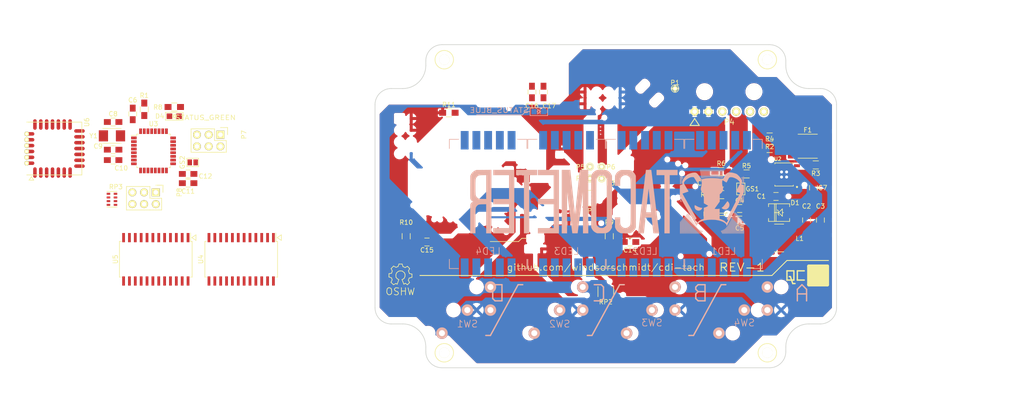
<source format=kicad_pcb>
(kicad_pcb (version 4) (host pcbnew "(2015-08-28 BZR 6132, Git 156d5f5)-product")
  (layers (0 F.Cu mixed) (31 B.Cu mixed hide) (34 B.Paste user) (35 F.Paste user) (36 B.SilkS user) (37 F.SilkS user) (38 B.Mask user) (39 F.Mask user) (44 Edge.Cuts user))
  (net 0 "")
  (net 1 "Net-(C1-Pad1)")
  (net 2 "Net-(C1-Pad2)")
  (net 3 +5V)
  (net 4 GND)
  (net 5 +3V3)
  (net 6 "Net-(C7-Pad2)")
  (net 7 "Net-(C8-Pad2)")
  (net 8 "Net-(C9-Pad2)")
  (net 9 TACH)
  (net 10 "Net-(D4-Pad1)")
  (net 11 "Net-(D4-Pad2)")
  (net 12 LED1_A)
  (net 13 LED1_B)
  (net 14 LED1_C)
  (net 15 LED1_D)
  (net 16 LED1_E)
  (net 17 LED1_F)
  (net 18 LED1_G)
  (net 19 LED1_DP)
  (net 20 LED2_A)
  (net 21 LED2_B)
  (net 22 LED2_C)
  (net 23 LED2_D)
  (net 24 LED2_E)
  (net 25 LED2_F)
  (net 26 LED2_G)
  (net 27 LED2_DP)
  (net 28 LED3_A)
  (net 29 LED3_B)
  (net 30 LED3_C)
  (net 31 LED3_D)
  (net 32 LED3_E)
  (net 33 LED3_F)
  (net 34 LED3_G)
  (net 35 LED3_DP)
  (net 36 LED4_A)
  (net 37 LED4_B)
  (net 38 LED4_C)
  (net 39 LED4_D)
  (net 40 LED4_E)
  (net 41 LED4_F)
  (net 42 LED4_G)
  (net 43 LED4_DP)
  (net 44 +12V)
  (net 45 "Net-(GS1-Pad1)")
  (net 46 "Net-(P2-Pad1)")
  (net 47 "Net-(P3-Pad1)")
  (net 48 SPEED)
  (net 49 "Net-(P4-Pad4)")
  (net 50 SWCLK)
  (net 51 USART_TX)
  (net 52 SWDIO)
  (net 53 USART_RX)
  (net 54 SPI_MOSI)
  (net 55 SPI_MISO)
  (net 56 SPI_SCK)
  (net 57 "Net-(R1-Pad1)")
  (net 58 "Net-(R3-Pad1)")
  (net 59 "Net-(R9-Pad1)")
  (net 60 "Net-(R10-Pad1)")
  (net 61 BTN_B)
  (net 62 BTN_C)
  (net 63 BTN_A)
  (net 64 BTN_D)
  (net 65 LED_BLANK)
  (net 66 "Net-(U4-Pad22)")
  (net 67 "Net-(D5-Pad2)")
  (net 68 "Net-(GS2-Pad1)")
  (net 69 SPI_CS)
  (net 70 BT_NRST)
  (net 71 BT_CONN)
  (net 72 BT_STRM)
  (net 73 VBAT)
  (module cdi-tach:badger_face_logo (layer B.Cu) (at 173 83 180)
    (fp_text reference ART1 hide)
    (fp_text value badger_logo hide)
  )
  (module cdi-tach:Symbol_OSHW-Logo_SilkScreen (layer F.Cu) (at 105.5 99)
    (fp_text reference ART2 hide)
    (fp_text value OSHW_logo hide)
  )
  (module cdi-tach:tacometer_logo (layer B.Cu) (at 143 83 180)
    (fp_text reference ART3 hide)
    (fp_text value part_logo hide)
  )
  (module cdi-tach:Diode_SSB44 (layer F.Cu) (at 187.55 85.375 180)
    (fp_text reference D1 (at -3.45 2.125 180) (layer F.SilkS))
    (fp_text value SSB44 hide)
    (pad 1 smd rect (at -2.0066 0 180) (size 1.80086 2.19964) (layers F.Cu F.Paste F.Mask) (net 4 GND))
    (pad 2 smd rect (at 2.0066 0 180) (size 1.80086 2.19964) (layers F.Cu F.Paste F.Mask) (net 1 "Net-(C1-Pad1)"))
  )
  (module cdi-tach:LED_0805 (layer F.Cu) (at 56.5 64.5 180)
    (fp_text reference D4 (at 3.15 0 360) (layer F.SilkS))
    (fp_text value STATUS_GREEN (at -6.75 -0.3 180) (layer F.SilkS) (effects (font (size 1 1.2))))
    (pad 1 smd rect (at 1.04902 0 180) (size 1.19888 1.19888) (layers F.Cu F.Paste F.Mask) (net 10 "Net-(D4-Pad1)"))
    (pad 2 smd rect (at -1.04902 0 180) (size 1.19888 1.19888) (layers F.Cu F.Paste F.Mask) (net 11 "Net-(D4-Pad2)"))
  )
  (module cdi-tach:Fuse_Resettable (layer F.Cu) (at 193.75 71)
    (fp_text reference F1 (at 0 -3.5) (layer F.SilkS))
    (fp_text value "3.7A Polyswitch" hide)
    (pad 1 smd rect (at -3.3 0) (size 2 5.3) (layers F.Cu F.Paste F.Mask) (net 44 +12V))
    (pad 2 smd rect (at 3.3 0) (size 2 5.3) (layers F.Cu F.Paste F.Mask) (net 6 "Net-(C7-Pad2)"))
  )
  (module Connect:GS2 (layer F.Cu) (at 179.25 80.25)
    (fp_text reference GS1 (at 2.5 0 180) (layer F.SilkS))
    (fp_text value SPD_PU)
    (pad 1 smd rect (at 0 -0.635) (size 1.27 0.9652) (layers F.Cu F.Paste F.Mask) (net 45 "Net-(GS1-Pad1)"))
    (pad 2 smd rect (at 0 0.635) (size 1.27 0.9652) (layers F.Cu F.Paste F.Mask) (net 5 +3V3))
  )
  (module cdi-tach:Inductor_Bourns_SRN6045_6mm (layer F.Cu) (at 187.55 90.875 180)
    (fp_text reference L1 (at -4.45 -0.125 180) (layer F.SilkS))
    (fp_text value 6.8uH hide)
    (pad 1 smd rect (at 2.15 0 180) (size 2 6) (layers F.Cu F.Paste F.Mask) (net 1 "Net-(C1-Pad1)"))
    (pad 2 smd rect (at -2.15 0 180) (size 2 6) (layers F.Cu F.Paste F.Mask) (net 3 +5V))
  )
  (module cdi-tach:MOUNT_ZIP_TIE (layer F.Cu) (at 158 58 45)
    (fp_text reference MNT1 hide)
    (fp_text value zip_tie_slot hide)
    (fp_line (start -1.375 0.25) (end -1.375 -0.25) (layer Edge.Cuts) (width 0.01))
    (fp_line (start 0.875 0.75) (end -0.875 0.75) (layer Edge.Cuts) (width 0.01))
    (fp_line (start 1.375 -0.25) (end 1.375 0.25) (layer Edge.Cuts) (width 0.01))
    (fp_line (start -0.875 -0.75) (end 0.875 -0.75) (layer Edge.Cuts) (width 0.01))
    (fp_arc (start -0.875 -0.25) (end -1.375 -0.25) (angle 90) (layer Edge.Cuts) (width 0.01))
    (fp_arc (start -0.875 0.25) (end -0.875 0.75) (angle 90) (layer Edge.Cuts) (width 0.01))
    (fp_arc (start 0.875 0.25) (end 1.375 0.25) (angle 90) (layer Edge.Cuts) (width 0.01))
    (fp_arc (start 0.875 -0.25) (end 0.875 -0.75) (angle 90) (layer Edge.Cuts) (width 0.01))
  )
  (module cdi-tach:MOUNT_ZIP_TIE (layer F.Cu) (at 161 61 45)
    (fp_text reference MNT6 hide)
    (fp_text value zip_tie_slot hide)
    (fp_line (start -1.375 0.25) (end -1.375 -0.25) (layer Edge.Cuts) (width 0.01))
    (fp_line (start 0.875 0.75) (end -0.875 0.75) (layer Edge.Cuts) (width 0.01))
    (fp_line (start 1.375 -0.25) (end 1.375 0.25) (layer Edge.Cuts) (width 0.01))
    (fp_line (start -0.875 -0.75) (end 0.875 -0.75) (layer Edge.Cuts) (width 0.01))
    (fp_arc (start -0.875 -0.25) (end -1.375 -0.25) (angle 90) (layer Edge.Cuts) (width 0.01))
    (fp_arc (start -0.875 0.25) (end -0.875 0.75) (angle 90) (layer Edge.Cuts) (width 0.01))
    (fp_arc (start 0.875 0.25) (end 1.375 0.25) (angle 90) (layer Edge.Cuts) (width 0.01))
    (fp_arc (start 0.875 -0.25) (end 0.875 -0.75) (angle 90) (layer Edge.Cuts) (width 0.01))
  )
  (module Connect:PINTST (layer F.Cu) (at 146.558 77.978)
    (fp_text reference P2 (at -2.058 0.022) (layer F.SilkS))
    (fp_text value SDA)
    (pad 1 thru_hole circle (at 0 0) (size 1.143 1.143) (drill 0.635) (layers *.Cu *.Mask F.SilkS) (net 46 "Net-(P2-Pad1)"))
  )
  (module Connect:PINTST (layer F.Cu) (at 149.098 77.978)
    (fp_text reference P3 (at 1.902 1.022) (layer F.SilkS))
    (fp_text value SCL)
    (pad 1 thru_hole circle (at 0 0) (size 1.143 1.143) (drill 0.635) (layers *.Cu *.Mask F.SilkS) (net 47 "Net-(P3-Pad1)"))
  )
  (module Connect:PINTST (layer F.Cu) (at 146.558 75.438)
    (fp_text reference P5 (at -2.058 0.062) (layer F.SilkS))
    (fp_text value SPEED)
    (pad 1 thru_hole circle (at 0 0) (size 1.143 1.143) (drill 0.635) (layers *.Cu *.Mask F.SilkS) (net 48 SPEED))
  )
  (module Connect:PINTST (layer F.Cu) (at 149.098 75.438)
    (fp_text reference P6 (at 2.002 0.062) (layer F.SilkS))
    (fp_text value TACH)
    (pad 1 thru_hole circle (at 0 0) (size 1.143 1.143) (drill 0.635) (layers *.Cu *.Mask F.SilkS) (net 9 TACH))
  )
  (module cdi-tach:pushbutton_marquardt_6450 (layer B.Cu) (at 120 106.5)
    (fp_text reference SW1 (at 0 3) (layer B.SilkS) (effects (font (size 1.5 1.5)) (justify mirror)))
    (fp_text value A)
    (pad ~ thru_hole circle (at 5 -5) (size 2.5 2.5) (drill 1.3) (layers *.Cu *.Mask B.SilkS))
    (pad ~ thru_hole circle (at -5.5 5) (size 2.5 2.5) (drill 1.3) (layers *.Cu *.Mask B.SilkS))
    (pad 2 thru_hole circle (at 5 0) (size 2.5 2.5) (drill 1.3) (layers *.Cu *.Mask B.SilkS) (net 4 GND))
    (pad 1 thru_hole circle (at 0 0) (size 2.5 2.5) (drill 1.3) (layers *.Cu *.Mask B.SilkS) (net 63 BTN_A))
  )
  (module cdi-tach:pushbutton_marquardt_6450 (layer B.Cu) (at 140 106.5)
    (fp_text reference SW2 (at 0 3) (layer B.SilkS) (effects (font (size 1.5 1.5)) (justify mirror)))
    (fp_text value B)
    (pad ~ thru_hole circle (at 5 -5) (size 2.5 2.5) (drill 1.3) (layers *.Cu *.Mask B.SilkS))
    (pad ~ thru_hole circle (at -5.5 5) (size 2.5 2.5) (drill 1.3) (layers *.Cu *.Mask B.SilkS))
    (pad 2 thru_hole circle (at 5 0) (size 2.5 2.5) (drill 1.3) (layers *.Cu *.Mask B.SilkS) (net 4 GND))
    (pad 1 thru_hole circle (at 0 0) (size 2.5 2.5) (drill 1.3) (layers *.Cu *.Mask B.SilkS) (net 61 BTN_B))
  )
  (module cdi-tach:pushbutton_marquardt_6450 (layer B.Cu) (at 160 106.5)
    (fp_text reference SW3 (at 0 2.75) (layer B.SilkS) (effects (font (size 1.5 1.5)) (justify mirror)))
    (fp_text value C)
    (pad ~ thru_hole circle (at 5 -5) (size 2.5 2.5) (drill 1.3) (layers *.Cu *.Mask B.SilkS))
    (pad ~ thru_hole circle (at -5.5 5) (size 2.5 2.5) (drill 1.3) (layers *.Cu *.Mask B.SilkS))
    (pad 2 thru_hole circle (at 5 0) (size 2.5 2.5) (drill 1.3) (layers *.Cu *.Mask B.SilkS) (net 4 GND))
    (pad 1 thru_hole circle (at 0 0) (size 2.5 2.5) (drill 1.3) (layers *.Cu *.Mask B.SilkS) (net 62 BTN_C))
  )
  (module cdi-tach:pushbutton_marquardt_6450 (layer B.Cu) (at 180 106.5)
    (fp_text reference SW4 (at 0 2.75) (layer B.SilkS) (effects (font (size 1.5 1.5)) (justify mirror)))
    (fp_text value D)
    (pad ~ thru_hole circle (at 5 -5) (size 2.5 2.5) (drill 1.3) (layers *.Cu *.Mask B.SilkS))
    (pad ~ thru_hole circle (at -5.5 5) (size 2.5 2.5) (drill 1.3) (layers *.Cu *.Mask B.SilkS))
    (pad 2 thru_hole circle (at 5 0) (size 2.5 2.5) (drill 1.3) (layers *.Cu *.Mask B.SilkS) (net 4 GND))
    (pad 1 thru_hole circle (at 0 0) (size 2.5 2.5) (drill 1.3) (layers *.Cu *.Mask B.SilkS) (net 64 BTN_D))
  )
  (module Housings_SOT-23_SOT-143_TSOT-6:SOT-23-5 (layer F.Cu) (at 174.5 85.75 270)
    (fp_text reference U1 (at 0 2.5 360) (layer F.SilkS))
    (fp_text value MIC5504-3.3YM5 hide)
    (pad 1 smd rect (at -1.1 -0.95 270) (size 1.06 0.65) (layers F.Cu F.Paste F.Mask) (net 3 +5V))
    (pad 2 smd rect (at -1.1 0 270) (size 1.06 0.65) (layers F.Cu F.Paste F.Mask) (net 4 GND))
    (pad 3 smd rect (at -1.1 0.95 270) (size 1.06 0.65) (layers F.Cu F.Paste F.Mask) (net 3 +5V))
    (pad 4 smd rect (at 1.1 0.95 270) (size 1.06 0.65) (layers F.Cu F.Paste F.Mask))
    (pad 5 smd rect (at 1.1 -0.95 270) (size 1.06 0.65) (layers F.Cu F.Paste F.Mask) (net 5 +3V3))
  )
  (module cdi-tach:ADP2302_SOIC8 (layer F.Cu) (at 188.625 77.125 90)
    (fp_text reference U2 (at 3.375 -1.375 180) (layer F.SilkS) (effects (font (size 0.8 0.8))))
    (fp_text value ADP2302ARDZ-5.0 hide)
    (pad 1 smd rect (at -1.905 2.794 90) (size 0.635 1.27) (layers F.Cu F.Mask) (net 2 "Net-(C1-Pad2)"))
    (pad 2 smd rect (at -0.635 2.794 90) (size 0.635 1.27) (layers F.Cu F.Mask) (net 6 "Net-(C7-Pad2)"))
    (pad 3 smd rect (at 0.635 2.794 90) (size 0.635 1.27) (layers F.Cu F.Mask) (net 6 "Net-(C7-Pad2)"))
    (pad 4 smd rect (at 1.905 2.794 90) (size 0.635 1.27) (layers F.Cu F.Mask) (net 58 "Net-(R3-Pad1)"))
    (pad 5 smd rect (at 1.905 -2.794 90) (size 0.635 1.27) (layers F.Cu F.Mask) (net 3 +5V))
    (pad 6 smd rect (at 0.635 -2.794 90) (size 0.635 1.27) (layers F.Cu F.Mask))
    (pad 7 smd rect (at -0.635 -2.794 90) (size 0.635 1.27) (layers F.Cu F.Mask) (net 4 GND))
    (pad 8 smd rect (at -1.905 -2.794 90) (size 0.635 1.27) (layers F.Cu F.Mask) (net 1 "Net-(C1-Pad1)"))
    (pad 9 smd rect (at 0 0 180) (size 2.29 2.29) (layers F.Cu F.Mask) (net 4 GND))
    (pad 9 thru_hole circle (at -0.55 -0.55 90) (size 1 1) (drill 0.635) (layers *.Cu *.Mask) (net 4 GND) (clearance 0.05))
    (pad 9 thru_hole circle (at 0.55 -0.55 90) (size 1 1) (drill 0.635) (layers *.Cu *.Mask) (net 4 GND) (clearance 0.05))
    (pad 9 thru_hole circle (at 0.55 0.55 90) (size 1 1) (drill 0.635) (layers *.Cu *.Mask) (net 4 GND) (clearance 0.05))
    (pad 9 thru_hole circle (at -0.55 0.55 90) (size 1 1) (drill 0.635) (layers *.Cu *.Mask) (net 4 GND) (clearance 0.05))
  )
  (module Housings_QFP:LQFP-32_7x7mm_Pitch0.8mm (layer F.Cu) (at 52 72)
    (fp_text reference U3 (at 0 -5.85) (layer F.SilkS))
    (fp_text value STM32F030K6T6 hide)
    (pad 1 smd rect (at -4.25 -2.8) (size 1.2 0.6) (layers F.Cu F.Paste F.Mask) (net 5 +3V3))
    (pad 2 smd rect (at -4.25 -2) (size 1.2 0.6) (layers F.Cu F.Paste F.Mask) (net 7 "Net-(C8-Pad2)"))
    (pad 3 smd rect (at -4.25 -1.2) (size 1.2 0.6) (layers F.Cu F.Paste F.Mask) (net 8 "Net-(C9-Pad2)"))
    (pad 4 smd rect (at -4.25 -0.4) (size 1.2 0.6) (layers F.Cu F.Paste F.Mask))
    (pad 5 smd rect (at -4.25 0.4) (size 1.2 0.6) (layers F.Cu F.Paste F.Mask) (net 5 +3V3))
    (pad 6 smd rect (at -4.25 1.2) (size 1.2 0.6) (layers F.Cu F.Paste F.Mask) (net 63 BTN_A))
    (pad 7 smd rect (at -4.25 2) (size 1.2 0.6) (layers F.Cu F.Paste F.Mask) (net 61 BTN_B))
    (pad 8 smd rect (at -4.25 2.8) (size 1.2 0.6) (layers F.Cu F.Paste F.Mask) (net 51 USART_TX))
    (pad 9 smd rect (at -2.8 4.25 90) (size 1.2 0.6) (layers F.Cu F.Paste F.Mask) (net 53 USART_RX))
    (pad 10 smd rect (at -2 4.25 90) (size 1.2 0.6) (layers F.Cu F.Paste F.Mask) (net 69 SPI_CS))
    (pad 11 smd rect (at -1.2 4.25 90) (size 1.2 0.6) (layers F.Cu F.Paste F.Mask) (net 56 SPI_SCK))
    (pad 12 smd rect (at -0.4 4.25 90) (size 1.2 0.6) (layers F.Cu F.Paste F.Mask) (net 55 SPI_MISO))
    (pad 13 smd rect (at 0.4 4.25 90) (size 1.2 0.6) (layers F.Cu F.Paste F.Mask) (net 54 SPI_MOSI))
    (pad 14 smd rect (at 1.2 4.25 90) (size 1.2 0.6) (layers F.Cu F.Paste F.Mask) (net 65 LED_BLANK))
    (pad 15 smd rect (at 2 4.25 90) (size 1.2 0.6) (layers F.Cu F.Paste F.Mask) (net 73 VBAT))
    (pad 16 smd rect (at 2.8 4.25 90) (size 1.2 0.6) (layers F.Cu F.Paste F.Mask) (net 4 GND))
    (pad 17 smd rect (at 4.25 2.8) (size 1.2 0.6) (layers F.Cu F.Paste F.Mask) (net 5 +3V3))
    (pad 18 smd rect (at 4.25 2) (size 1.2 0.6) (layers F.Cu F.Paste F.Mask) (net 68 "Net-(GS2-Pad1)"))
    (pad 19 smd rect (at 4.25 1.2) (size 1.2 0.6) (layers F.Cu F.Paste F.Mask) (net 62 BTN_C))
    (pad 20 smd rect (at 4.25 0.4) (size 1.2 0.6) (layers F.Cu F.Paste F.Mask) (net 64 BTN_D))
    (pad 21 smd rect (at 4.25 -0.4) (size 1.2 0.6) (layers F.Cu F.Paste F.Mask) (net 47 "Net-(P3-Pad1)"))
    (pad 22 smd rect (at 4.25 -1.2) (size 1.2 0.6) (layers F.Cu F.Paste F.Mask) (net 46 "Net-(P2-Pad1)"))
    (pad 23 smd rect (at 4.25 -2) (size 1.2 0.6) (layers F.Cu F.Paste F.Mask) (net 52 SWDIO))
    (pad 24 smd rect (at 4.25 -2.8) (size 1.2 0.6) (layers F.Cu F.Paste F.Mask) (net 50 SWCLK))
    (pad 25 smd rect (at 2.8 -4.25 90) (size 1.2 0.6) (layers F.Cu F.Paste F.Mask) (net 10 "Net-(D4-Pad1)"))
    (pad 26 smd rect (at 2 -4.25 90) (size 1.2 0.6) (layers F.Cu F.Paste F.Mask) (net 70 BT_NRST))
    (pad 27 smd rect (at 1.2 -4.25 90) (size 1.2 0.6) (layers F.Cu F.Paste F.Mask) (net 9 TACH))
    (pad 28 smd rect (at 0.4 -4.25 90) (size 1.2 0.6) (layers F.Cu F.Paste F.Mask) (net 48 SPEED))
    (pad 29 smd rect (at -0.4 -4.25 90) (size 1.2 0.6) (layers F.Cu F.Paste F.Mask) (net 71 BT_CONN))
    (pad 30 smd rect (at -1.2 -4.25 90) (size 1.2 0.6) (layers F.Cu F.Paste F.Mask) (net 72 BT_STRM))
    (pad 31 smd rect (at -2 -4.25 90) (size 1.2 0.6) (layers F.Cu F.Paste F.Mask) (net 57 "Net-(R1-Pad1)"))
    (pad 32 smd rect (at -2.8 -4.25 90) (size 1.2 0.6) (layers F.Cu F.Paste F.Mask) (net 4 GND))
  )
  (module cdi-tach:label_qc (layer F.Cu) (at 196 99)
    (fp_text reference ART4 hide)
    (fp_text value QC_label hide)
  )
  (module Resistors_SMD:R_0805_HandSoldering (layer F.Cu) (at 106.75 90.5 270)
    (fp_text reference R10 (at -3 0 360) (layer F.SilkS))
    (fp_text value 3K)
    (pad 1 smd rect (at -1.35 0 270) (size 1.5 1.3) (layers F.Cu F.Paste F.Mask) (net 60 "Net-(R10-Pad1)"))
    (pad 2 smd rect (at 1.35 0 270) (size 1.5 1.3) (layers F.Cu F.Paste F.Mask) (net 4 GND))
  )
  (module Resistors_SMD:R_0805_HandSoldering (layer F.Cu) (at 150.75 90.5 270)
    (fp_text reference R9 (at -3 0 360) (layer F.SilkS))
    (fp_text value 3K)
    (pad 1 smd rect (at -1.35 0 270) (size 1.5 1.3) (layers F.Cu F.Paste F.Mask) (net 59 "Net-(R9-Pad1)"))
    (pad 2 smd rect (at 1.35 0 270) (size 1.5 1.3) (layers F.Cu F.Paste F.Mask) (net 4 GND))
  )
  (module Resistors_SMD:R_0805_HandSoldering (layer F.Cu) (at 56.5 62.5 180)
    (fp_text reference R8 (at 3.55 -0.05 180) (layer F.SilkS))
    (fp_text value 39)
    (pad 1 smd rect (at -1.35 0 180) (size 1.5 1.3) (layers F.Cu F.Paste F.Mask) (net 11 "Net-(D4-Pad2)"))
    (pad 2 smd rect (at 1.35 0 180) (size 1.5 1.3) (layers F.Cu F.Paste F.Mask) (net 5 +3V3))
  )
  (module Resistors_SMD:R_0805_HandSoldering (layer F.Cu) (at 175 81.5)
    (fp_text reference R7 (at -3.5 0) (layer F.SilkS))
    (fp_text value 12.1K)
    (pad 1 smd rect (at -1.35 0) (size 1.5 1.3) (layers F.Cu F.Paste F.Mask) (net 9 TACH))
    (pad 2 smd rect (at 1.35 0) (size 1.5 1.3) (layers F.Cu F.Paste F.Mask) (net 4 GND))
  )
  (module Resistors_SMD:R_0805_HandSoldering (layer F.Cu) (at 175 76.5 180)
    (fp_text reference R6 (at 0 1.75 180) (layer F.SilkS))
    (fp_text value 100.0K)
    (pad 1 smd rect (at -1.35 0 180) (size 1.5 1.3) (layers F.Cu F.Paste F.Mask) (net 49 "Net-(P4-Pad4)"))
    (pad 2 smd rect (at 1.35 0 180) (size 1.5 1.3) (layers F.Cu F.Paste F.Mask) (net 9 TACH))
  )
  (module Resistors_SMD:R_0805_HandSoldering (layer F.Cu) (at 180.5 77 180)
    (fp_text reference R5 (at 0 1.75 180) (layer F.SilkS))
    (fp_text value 3K)
    (pad 1 smd rect (at -1.35 0 180) (size 1.5 1.3) (layers F.Cu F.Paste F.Mask) (net 48 SPEED))
    (pad 2 smd rect (at 1.35 0 180) (size 1.5 1.3) (layers F.Cu F.Paste F.Mask) (net 45 "Net-(GS1-Pad1)"))
  )
  (module Resistors_SMD:R_0805_HandSoldering (layer F.Cu) (at 195.5 75.05)
    (fp_text reference R3 (at 0 1.85) (layer F.SilkS))
    (fp_text value 100K)
    (pad 1 smd rect (at -1.35 0) (size 1.5 1.3) (layers F.Cu F.Paste F.Mask) (net 58 "Net-(R3-Pad1)"))
    (pad 2 smd rect (at 1.35 0) (size 1.5 1.3) (layers F.Cu F.Paste F.Mask) (net 6 "Net-(C7-Pad2)"))
  )
  (module Resistors_SMD:R_0805_HandSoldering (layer F.Cu) (at 50 63 90)
    (fp_text reference R1 (at 3 0 180) (layer F.SilkS))
    (fp_text value 3K)
    (pad 1 smd rect (at -1.35 0 90) (size 1.5 1.3) (layers F.Cu F.Paste F.Mask) (net 57 "Net-(R1-Pad1)"))
    (pad 2 smd rect (at 1.35 0 90) (size 1.5 1.3) (layers F.Cu F.Paste F.Mask) (net 4 GND))
  )
  (module Capacitors_SMD:C_0805_HandSoldering (layer F.Cu) (at 111.25 91.75 180)
    (fp_text reference C15 (at 0 -1.75 180) (layer F.SilkS))
    (fp_text value 1uF)
    (pad 1 smd rect (at -1.25 0 180) (size 1.5 1.25) (layers F.Cu F.Paste F.Mask) (net 4 GND))
    (pad 2 smd rect (at 1.25 0 180) (size 1.5 1.25) (layers F.Cu F.Paste F.Mask) (net 5 +3V3))
  )
  (module Capacitors_SMD:C_0805_HandSoldering (layer F.Cu) (at 155.25 91.75 180)
    (fp_text reference C14 (at 0 -1.75 180) (layer F.SilkS))
    (fp_text value 1uF)
    (pad 1 smd rect (at -1.25 0 180) (size 1.5 1.25) (layers F.Cu F.Paste F.Mask) (net 4 GND))
    (pad 2 smd rect (at 1.25 0 180) (size 1.5 1.25) (layers F.Cu F.Paste F.Mask) (net 5 +3V3))
  )
  (module Capacitors_SMD:C_0805_HandSoldering (layer F.Cu) (at 175 79 180)
    (fp_text reference C13 (at 3.75 0 180) (layer F.SilkS))
    (fp_text value 22nF)
    (pad 1 smd rect (at -1.25 0 180) (size 1.5 1.25) (layers F.Cu F.Paste F.Mask) (net 4 GND))
    (pad 2 smd rect (at 1.25 0 180) (size 1.5 1.25) (layers F.Cu F.Paste F.Mask) (net 9 TACH))
  )
  (module Capacitors_SMD:C_0805_HandSoldering (layer F.Cu) (at 59.5 77)
    (fp_text reference C12 (at 3.75 0.5) (layer F.SilkS))
    (fp_text value 100nF)
    (pad 1 smd rect (at -1.25 0) (size 1.5 1.25) (layers F.Cu F.Paste F.Mask) (net 5 +3V3))
    (pad 2 smd rect (at 1.25 0) (size 1.5 1.25) (layers F.Cu F.Paste F.Mask) (net 4 GND))
  )
  (module Capacitors_SMD:C_0805_HandSoldering (layer F.Cu) (at 59.5 79)
    (fp_text reference C11 (at 0 1.75) (layer F.SilkS))
    (fp_text value 4.7uF)
    (pad 1 smd rect (at -1.25 0) (size 1.5 1.25) (layers F.Cu F.Paste F.Mask) (net 5 +3V3))
    (pad 2 smd rect (at 1.25 0) (size 1.5 1.25) (layers F.Cu F.Paste F.Mask) (net 4 GND))
  )
  (module Capacitors_SMD:C_0805_HandSoldering (layer F.Cu) (at 43.25 74)
    (fp_text reference C10 (at 1.75 1.75) (layer F.SilkS))
    (fp_text value 100nF)
    (pad 1 smd rect (at -1.25 0) (size 1.5 1.25) (layers F.Cu F.Paste F.Mask) (net 4 GND))
    (pad 2 smd rect (at 1.25 0) (size 1.5 1.25) (layers F.Cu F.Paste F.Mask) (net 5 +3V3))
  )
  (module Capacitors_SMD:C_0805_HandSoldering (layer F.Cu) (at 43.25 71.75)
    (fp_text reference C9 (at -3.25 -0.75) (layer F.SilkS))
    (fp_text value 18pF)
    (pad 1 smd rect (at -1.25 0) (size 1.5 1.25) (layers F.Cu F.Paste F.Mask) (net 4 GND))
    (pad 2 smd rect (at 1.25 0) (size 1.5 1.25) (layers F.Cu F.Paste F.Mask) (net 8 "Net-(C9-Pad2)"))
  )
  (module Capacitors_SMD:C_0805_HandSoldering (layer F.Cu) (at 43.25 65.75)
    (fp_text reference C8 (at 0 -1.75) (layer F.SilkS))
    (fp_text value 18pF)
    (pad 1 smd rect (at -1.25 0) (size 1.5 1.25) (layers F.Cu F.Paste F.Mask) (net 4 GND))
    (pad 2 smd rect (at 1.25 0) (size 1.5 1.25) (layers F.Cu F.Paste F.Mask) (net 7 "Net-(C8-Pad2)"))
  )
  (module Capacitors_SMD:C_0805_HandSoldering (layer F.Cu) (at 195 80 90)
    (fp_text reference C7 (at 0 2 180) (layer F.SilkS))
    (fp_text value 10uF)
    (pad 1 smd rect (at -1.25 0 90) (size 1.5 1.25) (layers F.Cu F.Paste F.Mask) (net 4 GND))
    (pad 2 smd rect (at 1.25 0 90) (size 1.5 1.25) (layers F.Cu F.Paste F.Mask) (net 6 "Net-(C7-Pad2)"))
  )
  (module Capacitors_SMD:C_0805_HandSoldering (layer F.Cu) (at 47.5 64 270)
    (fp_text reference C6 (at -3 0 540) (layer F.SilkS))
    (fp_text value 100nF)
    (pad 1 smd rect (at -1.25 0 270) (size 1.5 1.25) (layers F.Cu F.Paste F.Mask) (net 4 GND))
    (pad 2 smd rect (at 1.25 0 270) (size 1.5 1.25) (layers F.Cu F.Paste F.Mask) (net 5 +3V3))
  )
  (module Capacitors_SMD:C_0805_HandSoldering (layer F.Cu) (at 179 87)
    (fp_text reference C5 (at 0 1.75) (layer F.SilkS))
    (fp_text value 1uF)
    (pad 1 smd rect (at -1.25 0) (size 1.5 1.25) (layers F.Cu F.Paste F.Mask) (net 5 +3V3))
    (pad 2 smd rect (at 1.25 0) (size 1.5 1.25) (layers F.Cu F.Paste F.Mask) (net 4 GND))
  )
  (module Capacitors_SMD:C_0805_HandSoldering (layer F.Cu) (at 179 84.5)
    (fp_text reference C4 (at 0 -1.7) (layer F.SilkS))
    (fp_text value 1uF)
    (pad 1 smd rect (at -1.25 0) (size 1.5 1.25) (layers F.Cu F.Paste F.Mask) (net 3 +5V))
    (pad 2 smd rect (at 1.25 0) (size 1.5 1.25) (layers F.Cu F.Paste F.Mask) (net 4 GND))
  )
  (module Capacitors_SMD:C_0805_HandSoldering (layer F.Cu) (at 196.5 87 90)
    (fp_text reference C3 (at 3 0 180) (layer F.SilkS))
    (fp_text value 22uF)
    (pad 1 smd rect (at -1.25 0 90) (size 1.5 1.25) (layers F.Cu F.Paste F.Mask) (net 3 +5V))
    (pad 2 smd rect (at 1.25 0 90) (size 1.5 1.25) (layers F.Cu F.Paste F.Mask) (net 4 GND))
  )
  (module Capacitors_SMD:C_0805_HandSoldering (layer F.Cu) (at 193.5 87 90)
    (fp_text reference C2 (at 3 0 180) (layer F.SilkS))
    (fp_text value 22uF)
    (pad 1 smd rect (at -1.25 0 90) (size 1.5 1.25) (layers F.Cu F.Paste F.Mask) (net 3 +5V))
    (pad 2 smd rect (at 1.25 0 90) (size 1.5 1.25) (layers F.Cu F.Paste F.Mask) (net 4 GND))
  )
  (module Capacitors_SMD:C_0805_HandSoldering (layer F.Cu) (at 186.875 81.875)
    (fp_text reference C1 (at -3.175 -0.025) (layer F.SilkS))
    (fp_text value 100nF)
    (pad 1 smd rect (at -1.25 0) (size 1.5 1.25) (layers F.Cu F.Paste F.Mask) (net 1 "Net-(C1-Pad1)"))
    (pad 2 smd rect (at 1.25 0) (size 1.5 1.25) (layers F.Cu F.Paste F.Mask) (net 2 "Net-(C1-Pad2)"))
  )
  (module cdi-tach:crystal_txc_7a_5x3.2mm (layer F.Cu) (at 43 68.75)
    (fp_text reference Y1 (at -4 0) (layer F.SilkS))
    (fp_text value 7A-8.000MAAE-T hide)
    (pad 1 smd rect (at -1.85 0) (size 2 2.4) (layers F.Cu F.Paste F.Mask) (net 8 "Net-(C9-Pad2)"))
    (pad 2 smd rect (at 1.85 0) (size 2 2.4) (layers F.Cu F.Paste F.Mask) (net 7 "Net-(C8-Pad2)"))
  )
  (module cdi-tach:micro-fit_1x6_ra (layer F.Cu) (at 176.75 63.5 180)
    (fp_text reference P4 (at 0 -2.25 180) (layer F.SilkS) (effects (font (size 1.2 1.2))))
    (fp_text value PWR_SPD_TACH hide)
    (pad "" np_thru_hole circle (at -5.35 4.32 180) (size 3 3) (drill 3) (layers *.Cu *.Mask F.SilkS))
    (pad 1 thru_hole circle (at -7.5 0 180) (size 1.8 1.8) (drill 1.02) (layers *.Cu *.Mask F.SilkS) (net 44 +12V))
    (pad 2 thru_hole circle (at -4.5 0 180) (size 1.8 1.8) (drill 1.02) (layers *.Cu *.Mask F.SilkS) (net 48 SPEED))
    (pad 3 thru_hole circle (at -1.5 0 180) (size 1.8 1.8) (drill 1.02) (layers *.Cu *.Mask F.SilkS) (net 3 +5V))
    (pad 4 thru_hole circle (at 1.5 0 180) (size 1.8 1.8) (drill 1.02) (layers *.Cu *.Mask F.SilkS) (net 49 "Net-(P4-Pad4)"))
    (pad 5 thru_hole circle (at 4.5 0 180) (size 1.8 1.8) (drill 1.02) (layers *.Cu *.Mask F.SilkS) (net 4 GND))
    (pad 6 thru_hole circle (at 7.5 0 180) (size 1.8 1.8) (drill 1.02) (layers *.Cu *.Mask F.SilkS) (net 4 GND))
    (pad "" np_thru_hole circle (at 5.35 4.32 180) (size 3 3) (drill 3) (layers *.Cu *.Mask F.SilkS))
  )
  (module Capacitors_SMD:C_0805_HandSoldering (layer F.Cu) (at 134 59.25 270)
    (fp_text reference C16 (at 3 0 360) (layer F.SilkS))
    (fp_text value 10uF)
    (pad 1 smd rect (at -1.25 0 270) (size 1.5 1.25) (layers F.Cu F.Paste F.Mask) (net 5 +3V3))
    (pad 2 smd rect (at 1.25 0 270) (size 1.5 1.25) (layers F.Cu F.Paste F.Mask) (net 4 GND))
  )
  (module Capacitors_SMD:C_0805_HandSoldering (layer F.Cu) (at 136.5 59.25 270)
    (fp_text reference C17 (at 3 -1.25 360) (layer F.SilkS))
    (fp_text value 100nF)
    (pad 1 smd rect (at -1.25 0 270) (size 1.5 1.25) (layers F.Cu F.Paste F.Mask) (net 5 +3V3))
    (pad 2 smd rect (at 1.25 0 270) (size 1.5 1.25) (layers F.Cu F.Paste F.Mask) (net 4 GND))
  )
  (module cdi-tach:LED_0805 (layer B.Cu) (at 135.5 63.5)
    (fp_text reference D5)
    (fp_text value STATUS_BLUE (at -8.6 -0.3) (layer B.SilkS) (effects (font (size 1.1 1.3)) (justify mirror)))
    (pad 1 smd rect (at 1.04902 0) (size 1.19888 1.19888) (layers B.Cu B.Paste B.Mask) (net 4 GND))
    (pad 2 smd rect (at -1.04902 0) (size 1.19888 1.19888) (layers B.Cu B.Paste B.Mask) (net 67 "Net-(D5-Pad2)"))
  )
  (module Connect:GS2 (layer F.Cu) (at 60.5 74.5 270)
    (fp_text reference GS2 (at 0 2.25 450) (layer F.SilkS))
    (fp_text value MODE)
    (pad 1 smd rect (at 0 -0.635 270) (size 1.27 0.9652) (layers F.Cu F.Paste F.Mask) (net 68 "Net-(GS2-Pad1)"))
    (pad 2 smd rect (at 0 0.635 270) (size 1.27 0.9652) (layers F.Cu F.Paste F.Mask) (net 5 +3V3))
  )
  (module Resistors_SMD:R_0805_HandSoldering (layer F.Cu) (at 116 63.75)
    (fp_text reference R11 (at 0 -1.75) (layer F.SilkS))
    (fp_text value 10K)
    (pad 1 smd rect (at -1.35 0) (size 1.5 1.3) (layers F.Cu F.Paste F.Mask) (net 5 +3V3))
    (pad 2 smd rect (at 1.35 0) (size 1.5 1.3) (layers F.Cu F.Paste F.Mask) (net 53 USART_RX))
  )
  (module cdi-tach:ACSA08-51SEKWA (layer B.Cu) (at 175.5 83.5 180)
    (fp_text reference LED1 (at 0 -10.25 180) (layer B.SilkS) (effects (font (size 1.5 1.5)) (justify mirror)))
    (fp_text value ACSA08-51SEKWA)
    (pad 1 smd rect (at -5.08 -13.8 180) (size 1.7 4) (layers B.Cu B.Paste B.Mask) (net 3 +5V))
    (pad 2 smd rect (at -2.54 -13.8 180) (size 1.7 4) (layers B.Cu B.Paste B.Mask) (net 16 LED1_E))
    (pad 3 smd rect (at 0 -13.8 180) (size 1.7 4) (layers B.Cu B.Paste B.Mask) (net 15 LED1_D))
    (pad 4 smd rect (at 2.54 -13.8 180) (size 1.7 4) (layers B.Cu B.Paste B.Mask) (net 14 LED1_C))
    (pad 5 smd rect (at 5.08 -13.8 180) (size 1.7 4) (layers B.Cu B.Paste B.Mask) (net 19 LED1_DP))
    (pad 6 smd rect (at 5.08 13.8 180) (size 1.7 4) (layers B.Cu B.Paste B.Mask) (net 3 +5V))
    (pad 7 smd rect (at 2.54 13.8 180) (size 1.7 4) (layers B.Cu B.Paste B.Mask) (net 13 LED1_B))
    (pad 8 smd rect (at 0 13.8 180) (size 1.7 4) (layers B.Cu B.Paste B.Mask) (net 12 LED1_A))
    (pad 9 smd rect (at -2.54 13.8 180) (size 1.7 4) (layers B.Cu B.Paste B.Mask) (net 17 LED1_F))
    (pad 10 smd rect (at -5.08 13.8 180) (size 1.7 4) (layers B.Cu B.Paste B.Mask) (net 18 LED1_G))
  )
  (module cdi-tach:ACSA08-51SEKWA (layer B.Cu) (at 158.5 83.5 180)
    (fp_text reference LED2 (at 0 -10.25 180) (layer B.SilkS) (effects (font (size 1.5 1.5)) (justify mirror)))
    (fp_text value ACSA08-51SEKWA)
    (pad 1 smd rect (at -5.08 -13.8 180) (size 1.7 4) (layers B.Cu B.Paste B.Mask) (net 3 +5V))
    (pad 2 smd rect (at -2.54 -13.8 180) (size 1.7 4) (layers B.Cu B.Paste B.Mask) (net 24 LED2_E))
    (pad 3 smd rect (at 0 -13.8 180) (size 1.7 4) (layers B.Cu B.Paste B.Mask) (net 23 LED2_D))
    (pad 4 smd rect (at 2.54 -13.8 180) (size 1.7 4) (layers B.Cu B.Paste B.Mask) (net 22 LED2_C))
    (pad 5 smd rect (at 5.08 -13.8 180) (size 1.7 4) (layers B.Cu B.Paste B.Mask) (net 27 LED2_DP))
    (pad 6 smd rect (at 5.08 13.8 180) (size 1.7 4) (layers B.Cu B.Paste B.Mask) (net 3 +5V))
    (pad 7 smd rect (at 2.54 13.8 180) (size 1.7 4) (layers B.Cu B.Paste B.Mask) (net 21 LED2_B))
    (pad 8 smd rect (at 0 13.8 180) (size 1.7 4) (layers B.Cu B.Paste B.Mask) (net 20 LED2_A))
    (pad 9 smd rect (at -2.54 13.8 180) (size 1.7 4) (layers B.Cu B.Paste B.Mask) (net 25 LED2_F))
    (pad 10 smd rect (at -5.08 13.8 180) (size 1.7 4) (layers B.Cu B.Paste B.Mask) (net 26 LED2_G))
  )
  (module cdi-tach:ACSA08-51SEKWA (layer B.Cu) (at 141.5 83.5 180)
    (fp_text reference LED3 (at 0 -10.25 180) (layer B.SilkS) (effects (font (size 1.5 1.5)) (justify mirror)))
    (fp_text value ACSA08-51SEKWA)
    (pad 1 smd rect (at -5.08 -13.8 180) (size 1.7 4) (layers B.Cu B.Paste B.Mask) (net 3 +5V))
    (pad 2 smd rect (at -2.54 -13.8 180) (size 1.7 4) (layers B.Cu B.Paste B.Mask) (net 32 LED3_E))
    (pad 3 smd rect (at 0 -13.8 180) (size 1.7 4) (layers B.Cu B.Paste B.Mask) (net 31 LED3_D))
    (pad 4 smd rect (at 2.54 -13.8 180) (size 1.7 4) (layers B.Cu B.Paste B.Mask) (net 30 LED3_C))
    (pad 5 smd rect (at 5.08 -13.8 180) (size 1.7 4) (layers B.Cu B.Paste B.Mask) (net 35 LED3_DP))
    (pad 6 smd rect (at 5.08 13.8 180) (size 1.7 4) (layers B.Cu B.Paste B.Mask) (net 3 +5V))
    (pad 7 smd rect (at 2.54 13.8 180) (size 1.7 4) (layers B.Cu B.Paste B.Mask) (net 29 LED3_B))
    (pad 8 smd rect (at 0 13.8 180) (size 1.7 4) (layers B.Cu B.Paste B.Mask) (net 28 LED3_A))
    (pad 9 smd rect (at -2.54 13.8 180) (size 1.7 4) (layers B.Cu B.Paste B.Mask) (net 33 LED3_F))
    (pad 10 smd rect (at -5.08 13.8 180) (size 1.7 4) (layers B.Cu B.Paste B.Mask) (net 34 LED3_G))
  )
  (module cdi-tach:ACSA08-51SEKWA (layer B.Cu) (at 124.5 83.5 180)
    (fp_text reference LED4 (at 0 -10.25 180) (layer B.SilkS) (effects (font (size 1.5 1.5)) (justify mirror)))
    (fp_text value ACSA08-51SEKWA)
    (pad 1 smd rect (at -5.08 -13.8 180) (size 1.7 4) (layers B.Cu B.Paste B.Mask) (net 3 +5V))
    (pad 2 smd rect (at -2.54 -13.8 180) (size 1.7 4) (layers B.Cu B.Paste B.Mask) (net 40 LED4_E))
    (pad 3 smd rect (at 0 -13.8 180) (size 1.7 4) (layers B.Cu B.Paste B.Mask) (net 39 LED4_D))
    (pad 4 smd rect (at 2.54 -13.8 180) (size 1.7 4) (layers B.Cu B.Paste B.Mask) (net 38 LED4_C))
    (pad 5 smd rect (at 5.08 -13.8 180) (size 1.7 4) (layers B.Cu B.Paste B.Mask) (net 43 LED4_DP))
    (pad 6 smd rect (at 5.08 13.8 180) (size 1.7 4) (layers B.Cu B.Paste B.Mask) (net 3 +5V))
    (pad 7 smd rect (at 2.54 13.8 180) (size 1.7 4) (layers B.Cu B.Paste B.Mask) (net 37 LED4_B))
    (pad 8 smd rect (at 0 13.8 180) (size 1.7 4) (layers B.Cu B.Paste B.Mask) (net 36 LED4_A))
    (pad 9 smd rect (at -2.54 13.8 180) (size 1.7 4) (layers B.Cu B.Paste B.Mask) (net 41 LED4_F))
    (pad 10 smd rect (at -5.08 13.8 180) (size 1.7 4) (layers B.Cu B.Paste B.Mask) (net 42 LED4_G))
  )
  (module cdi-tach:SOIC-24_7.5x15.4mm_Pitch1.27mm (layer F.Cu) (at 71 95.5 270)
    (fp_text reference U4 (at 0 8.75 270) (layer F.SilkS))
    (fp_text value CAT4016)
    (pad 1 smd rect (at -4.7 -6.985 270) (size 2 0.6) (layers F.Cu F.Paste F.Mask) (net 4 GND))
    (pad 2 smd rect (at -4.7 -5.715 270) (size 2 0.6) (layers F.Cu F.Paste F.Mask) (net 54 SPI_MOSI))
    (pad 3 smd rect (at -4.7 -4.445 270) (size 2 0.6) (layers F.Cu F.Paste F.Mask) (net 56 SPI_SCK))
    (pad 4 smd rect (at -4.7 -3.175 270) (size 2 0.6) (layers F.Cu F.Paste F.Mask) (net 69 SPI_CS))
    (pad 5 smd rect (at -4.7 -1.905 270) (size 2 0.6) (layers F.Cu F.Paste F.Mask) (net 18 LED1_G))
    (pad 6 smd rect (at -4.7 -0.635 270) (size 2 0.6) (layers F.Cu F.Paste F.Mask) (net 17 LED1_F))
    (pad 7 smd rect (at -4.7 0.635 270) (size 2 0.6) (layers F.Cu F.Paste F.Mask) (net 12 LED1_A))
    (pad 8 smd rect (at -4.7 1.905 270) (size 2 0.6) (layers F.Cu F.Paste F.Mask) (net 13 LED1_B))
    (pad 9 smd rect (at -4.7 3.175 270) (size 2 0.6) (layers F.Cu F.Paste F.Mask) (net 26 LED2_G))
    (pad 10 smd rect (at -4.7 4.445 270) (size 2 0.6) (layers F.Cu F.Paste F.Mask) (net 25 LED2_F))
    (pad 11 smd rect (at -4.7 5.715 270) (size 2 0.6) (layers F.Cu F.Paste F.Mask) (net 20 LED2_A))
    (pad 12 smd rect (at -4.7 6.985 270) (size 2 0.6) (layers F.Cu F.Paste F.Mask) (net 21 LED2_B))
    (pad 13 smd rect (at 4.7 6.985 270) (size 2 0.6) (layers F.Cu F.Paste F.Mask) (net 27 LED2_DP))
    (pad 14 smd rect (at 4.7 5.715 270) (size 2 0.6) (layers F.Cu F.Paste F.Mask) (net 22 LED2_C))
    (pad 15 smd rect (at 4.7 4.445 270) (size 2 0.6) (layers F.Cu F.Paste F.Mask) (net 23 LED2_D))
    (pad 16 smd rect (at 4.7 3.175 270) (size 2 0.6) (layers F.Cu F.Paste F.Mask) (net 24 LED2_E))
    (pad 17 smd rect (at 4.7 1.905 270) (size 2 0.6) (layers F.Cu F.Paste F.Mask) (net 19 LED1_DP))
    (pad 18 smd rect (at 4.7 0.635 270) (size 2 0.6) (layers F.Cu F.Paste F.Mask) (net 14 LED1_C))
    (pad 19 smd rect (at 4.7 -0.635 270) (size 2 0.6) (layers F.Cu F.Paste F.Mask) (net 15 LED1_D))
    (pad 20 smd rect (at 4.7 -1.905 270) (size 2 0.6) (layers F.Cu F.Paste F.Mask) (net 16 LED1_E))
    (pad 21 smd rect (at 4.7 -3.175 270) (size 2 0.6) (layers F.Cu F.Paste F.Mask) (net 65 LED_BLANK))
    (pad 22 smd rect (at 4.7 -4.445 270) (size 2 0.6) (layers F.Cu F.Paste F.Mask) (net 66 "Net-(U4-Pad22)"))
    (pad 23 smd rect (at 4.7 -5.715 270) (size 2 0.6) (layers F.Cu F.Paste F.Mask) (net 59 "Net-(R9-Pad1)"))
    (pad 24 smd rect (at 4.7 -6.985 270) (size 2 0.6) (layers F.Cu F.Paste F.Mask) (net 5 +3V3))
  )
  (module cdi-tach:AMS002-S (layer F.Cu) (at 30.5 71.5 90)
    (fp_text reference U6 (at 5.7 7.05 90) (layer F.SilkS))
    (fp_text value AMS002-S)
    (pad 22 smd oval (at 3.175 -5.334 90) (size 0.762 2.032) (layers F.Cu F.Paste F.Mask) (net 4 GND))
    (pad 8 smd oval (at -3.81 5.461 90) (size 0.762 2.286) (layers F.Cu F.Paste F.Mask) (net 70 BT_NRST))
    (pad 9 smd oval (at -2.54 5.461 90) (size 0.762 2.286) (layers F.Cu F.Paste F.Mask))
    (pad 10 smd oval (at -1.27 5.461 90) (size 0.762 2.286) (layers F.Cu F.Paste F.Mask) (net 51 USART_TX))
    (pad 11 smd oval (at 0 5.461 90) (size 0.762 2.286) (layers F.Cu F.Paste F.Mask))
    (pad 12 smd oval (at 1.27 5.461 90) (size 0.762 2.286) (layers F.Cu F.Paste F.Mask))
    (pad 13 smd oval (at 2.54 5.461 90) (size 0.762 2.286) (layers F.Cu F.Paste F.Mask))
    (pad 14 smd oval (at 3.81 5.461 90) (size 0.762 2.286) (layers F.Cu F.Paste F.Mask) (net 72 BT_STRM))
    (pad 1 smd oval (at -5.207 -4.191 90) (size 2.286 0.762) (layers F.Cu F.Paste F.Mask) (net 4 GND))
    (pad 2 smd oval (at -5.207 -2.921 90) (size 2.286 0.762) (layers F.Cu F.Paste F.Mask))
    (pad 3 smd oval (at -5.207 -1.651 90) (size 2.286 0.762) (layers F.Cu F.Paste F.Mask))
    (pad 4 smd oval (at -5.207 -0.381 90) (size 2.286 0.762) (layers F.Cu F.Paste F.Mask))
    (pad 5 smd oval (at -5.207 0.889 90) (size 2.286 0.762) (layers F.Cu F.Paste F.Mask))
    (pad 6 smd oval (at -5.207 2.159 90) (size 2.286 0.762) (layers F.Cu F.Paste F.Mask) (net 53 USART_RX))
    (pad 7 smd oval (at -5.207 3.429 90) (size 2.286 0.762) (layers F.Cu F.Paste F.Mask))
    (pad 21 smd oval (at 5.207 -4.191 90) (size 2.286 0.762) (layers F.Cu F.Paste F.Mask) (net 5 +3V3))
    (pad 20 smd oval (at 5.207 -2.921 90) (size 2.286 0.762) (layers F.Cu F.Paste F.Mask))
    (pad 19 smd oval (at 5.207 -1.651 90) (size 2.286 0.762) (layers F.Cu F.Paste F.Mask) (net 4 GND))
    (pad 18 smd oval (at 5.207 -0.381 90) (size 2.286 0.762) (layers F.Cu F.Paste F.Mask) (net 67 "Net-(D5-Pad2)"))
    (pad 17 smd oval (at 5.207 0.889 90) (size 2.286 0.762) (layers F.Cu F.Paste F.Mask))
    (pad 16 smd oval (at 5.207 2.159 90) (size 2.286 0.762) (layers F.Cu F.Paste F.Mask))
    (pad 15 smd oval (at 5.207 3.429 90) (size 2.286 0.762) (layers F.Cu F.Paste F.Mask) (net 71 BT_CONN))
    (pad 23 smd oval (at 1.905 -5.334 90) (size 0.762 2.032) (layers F.Cu F.Paste F.Mask) (net 4 GND))
    (pad 24 smd oval (at 0.635 -5.334 90) (size 0.762 2.032) (layers F.Cu F.Paste F.Mask) (net 4 GND))
    (pad 25 smd oval (at -0.635 -5.334 90) (size 0.762 2.032) (layers F.Cu F.Paste F.Mask) (net 4 GND))
    (pad 26 smd oval (at -1.905 -5.334 90) (size 0.762 2.032) (layers F.Cu F.Paste F.Mask) (net 4 GND))
    (pad 27 smd oval (at -3.175 -5.334 90) (size 0.762 2.032) (layers F.Cu F.Paste F.Mask) (net 4 GND))
    (pad 22 thru_hole circle (at 3.175 -5.969 90) (size 1 1) (drill 0.5) (layers *.Cu *.Mask F.SilkS) (net 4 GND))
    (pad 23 thru_hole circle (at 1.905 -5.969 90) (size 1 1) (drill 0.5) (layers *.Cu *.Mask F.SilkS) (net 4 GND))
    (pad 24 thru_hole circle (at 0.635 -5.969 90) (size 1 1) (drill 0.5) (layers *.Cu *.Mask F.SilkS) (net 4 GND))
    (pad 25 thru_hole circle (at -0.635 -5.969 90) (size 1 1) (drill 0.5) (layers *.Cu *.Mask F.SilkS) (net 4 GND))
    (pad 26 thru_hole circle (at -1.905 -5.969 90) (size 1 1) (drill 0.5) (layers *.Cu *.Mask F.SilkS) (net 4 GND))
    (pad 27 thru_hole circle (at -3.175 -5.969 90) (size 1 1) (drill 0.5) (layers *.Cu *.Mask F.SilkS) (net 4 GND))
  )
  (module cdi-tach:R_Cat16-4 (layer F.Cu) (at 146.5 82.25 180)
    (fp_text reference RP1 (at 0 -2.75 180) (layer F.SilkS))
    (fp_text value 4.7K)
    (pad 2 smd rect (at 0.762 0.39878 180) (size 0.762 0.4318) (layers F.Cu F.Paste F.Mask) (net 47 "Net-(P3-Pad1)"))
    (pad 7 smd rect (at -0.762 0.39878 180) (size 0.762 0.4318) (layers F.Cu F.Paste F.Mask) (net 5 +3V3))
    (pad 3 smd rect (at 0.762 -0.39878 180) (size 0.762 0.4318) (layers F.Cu F.Paste F.Mask))
    (pad 6 smd rect (at -0.762 -0.39878 180) (size 0.762 0.4318) (layers F.Cu F.Paste F.Mask))
    (pad 1 smd rect (at 0.762 1.19888 180) (size 0.762 0.4318) (layers F.Cu F.Paste F.Mask) (net 46 "Net-(P2-Pad1)"))
    (pad 4 smd rect (at 0.762 -1.19888 180) (size 0.762 0.4318) (layers F.Cu F.Paste F.Mask))
    (pad 5 smd rect (at -0.762 -1.19888 180) (size 0.762 0.4318) (layers F.Cu F.Paste F.Mask))
    (pad 8 smd rect (at -0.762 1.19888 180) (size 0.762 0.4318) (layers F.Cu F.Paste F.Mask) (net 5 +3V3))
  )
  (module cdi-tach:R_Cat16-4 (layer F.Cu) (at 150 102.5 270)
    (fp_text reference RP2 (at 2.25 0 360) (layer F.SilkS))
    (fp_text value 4.7K)
    (pad 2 smd rect (at 0.762 0.39878 270) (size 0.762 0.4318) (layers F.Cu F.Paste F.Mask) (net 61 BTN_B))
    (pad 7 smd rect (at -0.762 0.39878 270) (size 0.762 0.4318) (layers F.Cu F.Paste F.Mask) (net 5 +3V3))
    (pad 3 smd rect (at 0.762 -0.39878 270) (size 0.762 0.4318) (layers F.Cu F.Paste F.Mask) (net 62 BTN_C))
    (pad 6 smd rect (at -0.762 -0.39878 270) (size 0.762 0.4318) (layers F.Cu F.Paste F.Mask) (net 5 +3V3))
    (pad 1 smd rect (at 0.762 1.19888 270) (size 0.762 0.4318) (layers F.Cu F.Paste F.Mask) (net 63 BTN_A))
    (pad 4 smd rect (at 0.762 -1.19888 270) (size 0.762 0.4318) (layers F.Cu F.Paste F.Mask) (net 64 BTN_D))
    (pad 5 smd rect (at -0.762 -1.19888 270) (size 0.762 0.4318) (layers F.Cu F.Paste F.Mask) (net 5 +3V3))
    (pad 8 smd rect (at -0.762 1.19888 270) (size 0.762 0.4318) (layers F.Cu F.Paste F.Mask) (net 5 +3V3))
  )
  (module cdi-tach:R_Cat16-4 (layer F.Cu) (at 43 82.5)
    (fp_text reference RP3 (at 0.85 -2.7) (layer F.SilkS))
    (fp_text value 4.7K)
    (pad 2 smd rect (at 0.762 0.39878) (size 0.762 0.4318) (layers F.Cu F.Paste F.Mask) (net 55 SPI_MISO))
    (pad 7 smd rect (at -0.762 0.39878) (size 0.762 0.4318) (layers F.Cu F.Paste F.Mask) (net 5 +3V3))
    (pad 3 smd rect (at 0.762 -0.39878) (size 0.762 0.4318) (layers F.Cu F.Paste F.Mask) (net 69 SPI_CS))
    (pad 6 smd rect (at -0.762 -0.39878) (size 0.762 0.4318) (layers F.Cu F.Paste F.Mask) (net 4 GND))
    (pad 1 smd rect (at 0.762 1.19888) (size 0.762 0.4318) (layers F.Cu F.Paste F.Mask) (net 54 SPI_MOSI))
    (pad 4 smd rect (at 0.762 -1.19888) (size 0.762 0.4318) (layers F.Cu F.Paste F.Mask) (net 56 SPI_SCK))
    (pad 5 smd rect (at -0.762 -1.19888) (size 0.762 0.4318) (layers F.Cu F.Paste F.Mask) (net 4 GND))
    (pad 8 smd rect (at -0.762 1.19888) (size 0.762 0.4318) (layers F.Cu F.Paste F.Mask) (net 5 +3V3))
  )
  (module cdi-tach:SOIC-24_7.5x15.4mm_Pitch1.27mm (layer F.Cu) (at 52.5 95.5 270)
    (fp_text reference U5 (at 0 8.75 270) (layer F.SilkS))
    (fp_text value CAT4016)
    (pad 1 smd rect (at -4.7 -6.985 270) (size 2 0.6) (layers F.Cu F.Paste F.Mask) (net 4 GND))
    (pad 2 smd rect (at -4.7 -5.715 270) (size 2 0.6) (layers F.Cu F.Paste F.Mask) (net 66 "Net-(U4-Pad22)"))
    (pad 3 smd rect (at -4.7 -4.445 270) (size 2 0.6) (layers F.Cu F.Paste F.Mask) (net 56 SPI_SCK))
    (pad 4 smd rect (at -4.7 -3.175 270) (size 2 0.6) (layers F.Cu F.Paste F.Mask) (net 69 SPI_CS))
    (pad 5 smd rect (at -4.7 -1.905 270) (size 2 0.6) (layers F.Cu F.Paste F.Mask) (net 34 LED3_G))
    (pad 6 smd rect (at -4.7 -0.635 270) (size 2 0.6) (layers F.Cu F.Paste F.Mask) (net 33 LED3_F))
    (pad 7 smd rect (at -4.7 0.635 270) (size 2 0.6) (layers F.Cu F.Paste F.Mask) (net 28 LED3_A))
    (pad 8 smd rect (at -4.7 1.905 270) (size 2 0.6) (layers F.Cu F.Paste F.Mask) (net 29 LED3_B))
    (pad 9 smd rect (at -4.7 3.175 270) (size 2 0.6) (layers F.Cu F.Paste F.Mask) (net 42 LED4_G))
    (pad 10 smd rect (at -4.7 4.445 270) (size 2 0.6) (layers F.Cu F.Paste F.Mask) (net 41 LED4_F))
    (pad 11 smd rect (at -4.7 5.715 270) (size 2 0.6) (layers F.Cu F.Paste F.Mask) (net 36 LED4_A))
    (pad 12 smd rect (at -4.7 6.985 270) (size 2 0.6) (layers F.Cu F.Paste F.Mask) (net 37 LED4_B))
    (pad 13 smd rect (at 4.7 6.985 270) (size 2 0.6) (layers F.Cu F.Paste F.Mask) (net 43 LED4_DP))
    (pad 14 smd rect (at 4.7 5.715 270) (size 2 0.6) (layers F.Cu F.Paste F.Mask) (net 38 LED4_C))
    (pad 15 smd rect (at 4.7 4.445 270) (size 2 0.6) (layers F.Cu F.Paste F.Mask) (net 39 LED4_D))
    (pad 16 smd rect (at 4.7 3.175 270) (size 2 0.6) (layers F.Cu F.Paste F.Mask) (net 40 LED4_E))
    (pad 17 smd rect (at 4.7 1.905 270) (size 2 0.6) (layers F.Cu F.Paste F.Mask) (net 35 LED3_DP))
    (pad 18 smd rect (at 4.7 0.635 270) (size 2 0.6) (layers F.Cu F.Paste F.Mask) (net 30 LED3_C))
    (pad 19 smd rect (at 4.7 -0.635 270) (size 2 0.6) (layers F.Cu F.Paste F.Mask) (net 31 LED3_D))
    (pad 20 smd rect (at 4.7 -1.905 270) (size 2 0.6) (layers F.Cu F.Paste F.Mask) (net 32 LED3_E))
    (pad 21 smd rect (at 4.7 -3.175 270) (size 2 0.6) (layers F.Cu F.Paste F.Mask) (net 65 LED_BLANK))
    (pad 22 smd rect (at 4.7 -4.445 270) (size 2 0.6) (layers F.Cu F.Paste F.Mask))
    (pad 23 smd rect (at 4.7 -5.715 270) (size 2 0.6) (layers F.Cu F.Paste F.Mask) (net 60 "Net-(R10-Pad1)"))
    (pad 24 smd rect (at 4.7 -6.985 270) (size 2 0.6) (layers F.Cu F.Paste F.Mask) (net 5 +3V3))
  )
  (module cdi-tach:pcb_enclosure (layer F.Cu) (at 150 84)
    (fp_text reference ENC1)
    (fp_text value PCB_enclosure hide)
  )
  (module cdi-tach:Screw_#2 (layer F.Cu) (at 115 52.25)
    (fp_text reference MNT2 hide)
    (fp_text value "#2 screw" hide)
    (pad "" np_thru_hole circle (at 0 0) (size 2.25 2.25) (drill 2.25) (layers *.Cu *.Mask F.SilkS))
  )
  (module cdi-tach:Screw_#2 (layer F.Cu) (at 185 52.25)
    (fp_text reference MNT3 hide)
    (fp_text value "#2 screw" hide)
    (pad "" np_thru_hole circle (at 0 0) (size 2.25 2.25) (drill 2.25) (layers *.Cu *.Mask F.SilkS))
  )
  (module cdi-tach:Screw_#2 (layer F.Cu) (at 115 115.75)
    (fp_text reference MNT4 hide)
    (fp_text value "#2 screw" hide)
    (pad "" np_thru_hole circle (at 0 0) (size 2.25 2.25) (drill 2.25) (layers *.Cu *.Mask F.SilkS))
  )
  (module cdi-tach:Screw_#2 (layer F.Cu) (at 185 115.75)
    (fp_text reference MNT5 hide)
    (fp_text value "#2 screw" hide)
    (pad "" np_thru_hole circle (at 0 0) (size 2.25 2.25) (drill 2.25) (layers *.Cu *.Mask F.SilkS))
  )
  (module Connect:PINTST (layer F.Cu) (at 165 58.5)
    (fp_text reference P1 (at 0 -1.26746) (layer F.SilkS))
    (fp_text value GND)
    (pad 1 thru_hole circle (at 0 0) (size 1.143 1.143) (drill 0.635) (layers *.Cu *.Mask F.SilkS) (net 4 GND))
  )
  (module Resistors_SMD:R_0805_HandSoldering (layer F.Cu) (at 185.5 69 180)
    (fp_text reference R2 (at 0 -2.1 180) (layer F.SilkS))
    (fp_text value 51.1K)
    (pad 1 smd rect (at -1.35 0 180) (size 1.5 1.3) (layers F.Cu F.Paste F.Mask) (net 44 +12V))
    (pad 2 smd rect (at 1.35 0 180) (size 1.5 1.3) (layers F.Cu F.Paste F.Mask) (net 73 VBAT))
  )
  (module Resistors_SMD:R_0805_HandSoldering (layer F.Cu) (at 185.5 71.5)
    (fp_text reference R4 (at 0 -2.1) (layer F.SilkS))
    (fp_text value 14.3K)
    (pad 1 smd rect (at -1.35 0) (size 1.5 1.3) (layers F.Cu F.Paste F.Mask) (net 73 VBAT))
    (pad 2 smd rect (at 1.35 0) (size 1.5 1.3) (layers F.Cu F.Paste F.Mask) (net 4 GND))
  )
  (module Pin_Headers:Pin_Header_Straight_2x03 (layer F.Cu) (at 66.5 68.5 270)
    (fp_text reference P7 (at 0 -5.1 270) (layer F.SilkS))
    (fp_text value DEBUG)
    (pad 1 thru_hole rect (at 0 0 270) (size 1.7272 1.7272) (drill 1.016) (layers *.Cu *.Mask F.SilkS) (net 5 +3V3))
    (pad 2 thru_hole oval (at 2.54 0 270) (size 1.7272 1.7272) (drill 1.016) (layers *.Cu *.Mask F.SilkS) (net 4 GND))
    (pad 3 thru_hole oval (at 0 2.54 270) (size 1.7272 1.7272) (drill 1.016) (layers *.Cu *.Mask F.SilkS) (net 50 SWCLK))
    (pad 4 thru_hole oval (at 2.54 2.54 270) (size 1.7272 1.7272) (drill 1.016) (layers *.Cu *.Mask F.SilkS) (net 51 USART_TX))
    (pad 5 thru_hole oval (at 0 5.08 270) (size 1.7272 1.7272) (drill 1.016) (layers *.Cu *.Mask F.SilkS) (net 52 SWDIO))
    (pad 6 thru_hole oval (at 2.54 5.08 270) (size 1.7272 1.7272) (drill 1.016) (layers *.Cu *.Mask F.SilkS) (net 53 USART_RX))
  )
  (module Pin_Headers:Pin_Header_Straight_2x03 (layer F.Cu) (at 52.5 81 270)
    (fp_text reference P8 (at 0 -5.1 270) (layer F.SilkS))
    (fp_text value LCD)
    (pad 1 thru_hole rect (at 0 0 270) (size 1.7272 1.7272) (drill 1.016) (layers *.Cu *.Mask F.SilkS) (net 5 +3V3))
    (pad 2 thru_hole oval (at 2.54 0 270) (size 1.7272 1.7272) (drill 1.016) (layers *.Cu *.Mask F.SilkS) (net 4 GND))
    (pad 3 thru_hole oval (at 0 2.54 270) (size 1.7272 1.7272) (drill 1.016) (layers *.Cu *.Mask F.SilkS) (net 54 SPI_MOSI))
    (pad 4 thru_hole oval (at 2.54 2.54 270) (size 1.7272 1.7272) (drill 1.016) (layers *.Cu *.Mask F.SilkS) (net 56 SPI_SCK))
    (pad 5 thru_hole oval (at 0 5.08 270) (size 1.7272 1.7272) (drill 1.016) (layers *.Cu *.Mask F.SilkS) (net 55 SPI_MISO))
    (pad 6 thru_hole oval (at 2.54 5.08 270) (size 1.7272 1.7272) (drill 1.016) (layers *.Cu *.Mask F.SilkS) (net 69 SPI_CS))
  )
  (gr_line (start 200 62) (end 200 106) (angle 90) (layer Edge.Cuts) (width 0.15))
  (gr_line (start 100 106) (end 100 62) (angle 90) (layer Edge.Cuts) (width 0.15))
  (gr_line (start 185.5 119) (end 114.5 119) (angle 90) (layer Edge.Cuts) (width 0.15))
  (gr_line (start 189 114.5) (end 189 115.5) (angle 90) (layer Edge.Cuts) (width 0.15))
  (gr_line (start 194 109.5) (end 196.5 109.5) (angle 90) (layer Edge.Cuts) (width 0.15))
  (gr_arc (start 185.5 115.5) (end 189 115.5) (angle 90) (layer Edge.Cuts) (width 0.15))
  (gr_arc (start 194 114.5) (end 189 114.5) (angle 90) (layer Edge.Cuts) (width 0.15))
  (gr_arc (start 196.5 106) (end 200 106) (angle 90) (layer Edge.Cuts) (width 0.15))
  (gr_line (start 114.5 49) (end 185.5 49) (angle 90) (layer Edge.Cuts) (width 0.15))
  (gr_line (start 189 52.5) (end 189 53.5) (angle 90) (layer Edge.Cuts) (width 0.15))
  (gr_line (start 194 58.5) (end 196.5 58.5) (angle 90) (layer Edge.Cuts) (width 0.15))
  (gr_arc (start 196.5 62) (end 196.5 58.5) (angle 90) (layer Edge.Cuts) (width 0.15))
  (gr_arc (start 194 53.5) (end 194 58.5) (angle 90) (layer Edge.Cuts) (width 0.15))
  (gr_arc (start 185.5 52.5) (end 185.5 49) (angle 90) (layer Edge.Cuts) (width 0.15))
  (gr_line (start 106 58.5) (end 103.5 58.5) (angle 90) (layer Edge.Cuts) (width 0.15))
  (gr_line (start 111 52.5) (end 111 53.5) (angle 90) (layer Edge.Cuts) (width 0.15))
  (gr_arc (start 114.5 52.5) (end 111 52.5) (angle 90) (layer Edge.Cuts) (width 0.15))
  (gr_arc (start 106 53.5) (end 111 53.5) (angle 90) (layer Edge.Cuts) (width 0.15))
  (gr_arc (start 103.5 62) (end 100 62) (angle 90) (layer Edge.Cuts) (width 0.15))
  (gr_line (start 111 114.5) (end 111 115.5) (angle 90) (layer Edge.Cuts) (width 0.15))
  (gr_line (start 103.5 109.5) (end 106 109.5) (angle 90) (layer Edge.Cuts) (width 0.15))
  (gr_arc (start 103.5 106) (end 103.5 109.5) (angle 90) (layer Edge.Cuts) (width 0.15))
  (gr_arc (start 106 114.5) (end 106 109.5) (angle 90) (layer Edge.Cuts) (width 0.15))
  (gr_arc (start 114.5 115.5) (end 114.5 119) (angle 90) (layer Edge.Cuts) (width 0.15))
  (gr_line (start 189.25 95.75) (end 198.25 95.75) (angle 90) (layer F.SilkS) (width 0.2))
  (gr_line (start 186 99) (end 189.25 95.75) (angle 90) (layer F.SilkS) (width 0.2))
  (gr_line (start 186 99) (end 109.73 99) (angle 90) (layer F.SilkS) (width 0.2))
  (gr_text github.com/windsorschmidt/cdi-tach (at 150 97.25) (layer F.SilkS) (effects (font (size 1.4 1.5))))
  (gr_line (start 131.9 64.2) (end 132.6 63.5) (angle 90) (layer B.SilkS) (width 0.15))
  (gr_line (start 131.1 91.65) (end 131.8 90.95) (angle 90) (layer F.SilkS) (width 0.15))
  (gr_line (start 169 112) (end 175 101) (angle 90) (layer B.SilkS) (width 0.3))
  (gr_line (start 125 112) (end 131 101) (angle 90) (layer B.SilkS) (width 0.3))
  (gr_line (start 191.5 103) (end 193.5 103) (angle 90) (layer B.SilkS) (width 0.3))
  (gr_line (start 191.5 102) (end 191.5 104.5) (angle 90) (layer B.SilkS) (width 0.3))
  (gr_line (start 192.5 101) (end 191.5 102) (angle 90) (layer B.SilkS) (width 0.3))
  (gr_line (start 193.5 102) (end 192.5 101) (angle 90) (layer B.SilkS) (width 0.3))
  (gr_line (start 193.5 104.5) (end 193.5 102) (angle 90) (layer B.SilkS) (width 0.3))
  (gr_line (start 170 102.5) (end 171.5 102.5) (angle 90) (layer B.SilkS) (width 0.3))
  (gr_line (start 170 104.5) (end 171.5 104.5) (angle 90) (layer B.SilkS) (width 0.3))
  (gr_line (start 169.5 104) (end 170 104.5) (angle 90) (layer B.SilkS) (width 0.3))
  (gr_line (start 169.5 103) (end 169.5 104) (angle 90) (layer B.SilkS) (width 0.3))
  (gr_line (start 170 102.5) (end 169.5 103) (angle 90) (layer B.SilkS) (width 0.3))
  (gr_line (start 169.5 102) (end 170 102.5) (angle 90) (layer B.SilkS) (width 0.3))
  (gr_line (start 169.5 101.5) (end 169.5 102) (angle 90) (layer B.SilkS) (width 0.3))
  (gr_line (start 170 101) (end 169.5 101.5) (angle 90) (layer B.SilkS) (width 0.3))
  (gr_line (start 171.5 101) (end 170 101) (angle 90) (layer B.SilkS) (width 0.3))
  (gr_line (start 171.5 104.5) (end 171.5 101) (angle 90) (layer B.SilkS) (width 0.3))
  (gr_line (start 149 101) (end 147.5 101) (angle 90) (layer B.SilkS) (width 0.3))
  (gr_line (start 149.5 101.5) (end 149 101) (angle 90) (layer B.SilkS) (width 0.3))
  (gr_line (start 149.5 104) (end 149.5 101.5) (angle 90) (layer B.SilkS) (width 0.3))
  (gr_line (start 149 104.5) (end 149.5 104) (angle 90) (layer B.SilkS) (width 0.3))
  (gr_line (start 147.5 104.5) (end 149 104.5) (angle 90) (layer B.SilkS) (width 0.3))
  (gr_line (start 126 104.5) (end 127.5 104.5) (angle 90) (layer B.SilkS) (width 0.3))
  (gr_line (start 125.5 104) (end 126 104.5) (angle 90) (layer B.SilkS) (width 0.3))
  (gr_line (start 125.5 101.5) (end 125.5 104) (angle 90) (layer B.SilkS) (width 0.3))
  (gr_line (start 126 101) (end 125.5 101.5) (angle 90) (layer B.SilkS) (width 0.3))
  (gr_line (start 127.5 101) (end 126 101) (angle 90) (layer B.SilkS) (width 0.3))
  (gr_line (start 127.5 104.5) (end 127.5 101) (angle 90) (layer B.SilkS) (width 0.3))
  (gr_line (start 131.9 64.2) (end 122 64.2) (angle 90) (layer B.SilkS) (width 0.15))
  (gr_line (start 133.6 63.5) (end 132.6 63.5) (angle 90) (layer B.SilkS) (width 0.15))
  (gr_line (start 131.1 91.65) (end 124.95 91.65) (angle 90) (layer F.SilkS) (width 0.15))
  (gr_line (start 132.8 90.95) (end 131.8 90.95) (angle 90) (layer F.SilkS) (width 0.15))
  (gr_line (start 175 101) (end 176 101) (angle 90) (layer B.SilkS) (width 0.3))
  (gr_line (start 168 112) (end 169 112) (angle 90) (layer B.SilkS) (width 0.3))
  (gr_line (start 153 101) (end 154 101) (angle 90) (layer B.SilkS) (width 0.3))
  (gr_line (start 147 112) (end 153 101) (angle 90) (layer B.SilkS) (width 0.3))
  (gr_line (start 146 112) (end 147 112) (angle 90) (layer B.SilkS) (width 0.3))
  (gr_line (start 131 101) (end 132 101) (angle 90) (layer B.SilkS) (width 0.3))
  (gr_line (start 124 112) (end 125 112) (angle 90) (layer B.SilkS) (width 0.3))
  (gr_text REV-1 (at 179.5 97.25) (layer F.SilkS) (effects (font (size 1.75 2) (thickness 0.2))))
  (zone (net 5) (net_name +3V3) (layer F.Cu) (connect_pads (clearance 0.36)) (min_thickness 0.38) (fill yes (arc_segments 32) (thermal_gap 0.3) (thermal_bridge_width 0.65) (smoothing fillet) (radius 0.3))
    (polygon (pts (xy 101 106) (xy 101 64) (xy 103 62) (xy 140 62) (xy 142 60) (xy 142 53) (xy 145 50) (xy 177 50) (xy 183 56) (xy 187 56) (xy 191 60) (xy 197 60) (xy 199 62) (xy 199 67.25) (xy 198.75 67.5) (xy 195.25 67.5) (xy 195.25 75.25) (xy 184.5 75.25) (xy 184.5 78.25) (xy 183.5 79.25) (xy 183.5 95) (xy 190.5 95) (xy 195 90.5) (xy 198.75 90.5) (xy 199 90.75) (xy 199 106) (xy 197 108) (xy 191 108) (xy 187 112) (xy 184 112) (xy 178 118) (xy 122 118) (xy 116 112) (xy 113 112) (xy 109 108) (xy 103 108)))
  )
  (zone (net 4) (net_name GND) (layer B.Cu) (connect_pads (clearance 0.36)) (min_thickness 0.38) (fill yes (arc_segments 32) (thermal_gap 0.3) (thermal_bridge_width 0.65) (smoothing fillet) (radius 0.3))
    (polygon (pts (xy 101 106) (xy 101 64) (xy 103 62) (xy 140 62) (xy 142 60) (xy 142 53) (xy 145 50) (xy 177 50) (xy 183 56) (xy 187 56) (xy 191 60) (xy 197 60) (xy 199 62) (xy 199 106) (xy 197 108) (xy 191 108) (xy 187 112) (xy 184 112) (xy 178 118) (xy 122 118) (xy 116 112) (xy 113 112) (xy 109 108) (xy 103 108)))
  )
  (zone (net 4) (net_name GND) (layer F.Cu) (connect_pads yes (clearance 0.36)) (min_thickness 0.38) (fill yes (arc_segments 32) (thermal_gap 0.3) (thermal_bridge_width 0.65) (smoothing fillet) (radius 0.3))
    (polygon (pts (xy 190 75.75) (xy 190 80.25) (xy 198.75 80.25) (xy 199 80.5) (xy 199 86.5) (xy 198.75 86.75) (xy 187.25 86.75) (xy 187.25 78.15) (xy 185 78.15) (xy 185 77.4) (xy 187.25 77.4) (xy 187.25 75.75)))
  )
  (zone (net 3) (net_name +5V) (layer F.Cu) (connect_pads yes (clearance 0.36)) (min_thickness 0.38) (fill yes (arc_segments 32) (thermal_gap 0.3) (thermal_bridge_width 0.65) (smoothing fillet) (radius 0.3))
    (polygon (pts (xy 199 87.5) (xy 199 89.75) (xy 198.75 90) (xy 194.75 90) (xy 190.25 94.5) (xy 187.25 94.5) (xy 187.25 87.25) (xy 198.75 87.25)))
  )
  (zone (net 1) (net_name "Net-(C1-Pad1)") (layer F.Cu) (connect_pads yes (clearance 0.36)) (min_thickness 0.38) (fill yes (arc_segments 32) (thermal_gap 0.3) (thermal_bridge_width 0.65) (smoothing fillet) (radius 0.3))
    (polygon (pts (xy 186.6 78.7) (xy 186.6 94.5) (xy 184 94.5) (xy 184 79.5) (xy 184.8 78.7)))
  )
  (zone (net 6) (net_name "Net-(C7-Pad2)") (layer F.Cu) (connect_pads yes (clearance 0.36)) (min_thickness 0.38) (fill yes (arc_segments 32) (thermal_gap 0.3) (thermal_bridge_width 0.65) (smoothing fillet) (radius 0.3))
    (polygon (pts (xy 199 79.5) (xy 198.75 79.75) (xy 193.75 79.75) (xy 193.75 78.25) (xy 190.65 78.25) (xy 190.65 76.1) (xy 195.75 76.1) (xy 195.75 68) (xy 198.75 68) (xy 199 68.25)))
  )
)
</source>
